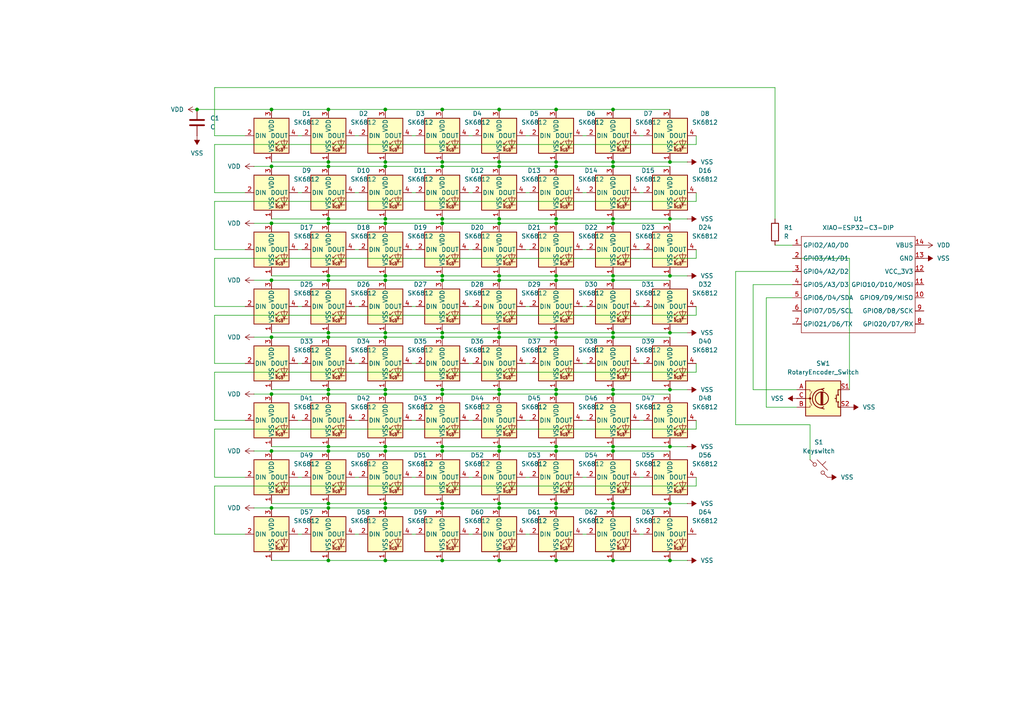
<source format=kicad_sch>
(kicad_sch (version 20250114) (generator "eeschema") (generator_version "9.0")
  (paper "A4")
  (junction (at 128.27 97.79))
  (junction (at 128.27 31.75))
  (junction (at 95.25 64.77))
  (junction (at 95.25 130.81))
  (junction (at 177.8 114.3))
  (junction (at 194.31 80.01))
  (junction (at 95.25 129.54))
  (junction (at 177.8 81.28))
  (junction (at 161.29 80.01))
  (junction (at 161.29 129.54))
  (junction (at 111.76 48.26))
  (junction (at 177.8 97.79))
  (junction (at 177.8 113.03))
  (junction (at 78.74 31.75))
  (junction (at 111.76 162.56))
  (junction (at 161.29 130.81))
  (junction (at 194.31 129.54))
  (junction (at 144.78 63.5))
  (junction (at 78.74 64.77))
  (junction (at 144.78 81.28))
  (junction (at 144.78 114.3))
  (junction (at 161.29 97.79))
  (junction (at 177.8 48.26))
  (junction (at 177.8 80.01))
  (junction (at 128.27 130.81))
  (junction (at 78.74 147.32))
  (junction (at 144.78 130.81))
  (junction (at 177.8 63.5))
  (junction (at 194.31 113.03))
  (junction (at 194.31 63.5))
  (junction (at 144.78 147.32))
  (junction (at 161.29 146.05))
  (junction (at 111.76 46.99))
  (junction (at 111.76 130.81))
  (junction (at 144.78 96.52))
  (junction (at 128.27 147.32))
  (junction (at 161.29 147.32))
  (junction (at 177.8 147.32))
  (junction (at 78.74 130.81))
  (junction (at 95.25 48.26))
  (junction (at 144.78 31.75))
  (junction (at 111.76 146.05))
  (junction (at 111.76 31.75))
  (junction (at 144.78 48.26))
  (junction (at 194.31 162.56))
  (junction (at 161.29 63.5))
  (junction (at 128.27 80.01))
  (junction (at 95.25 63.5))
  (junction (at 161.29 48.26))
  (junction (at 144.78 146.05))
  (junction (at 95.25 146.05))
  (junction (at 78.74 81.28))
  (junction (at 144.78 80.01))
  (junction (at 78.74 114.3))
  (junction (at 161.29 81.28))
  (junction (at 177.8 130.81))
  (junction (at 128.27 96.52))
  (junction (at 111.76 147.32))
  (junction (at 177.8 129.54))
  (junction (at 95.25 162.56))
  (junction (at 128.27 146.05))
  (junction (at 95.25 147.32))
  (junction (at 161.29 46.99))
  (junction (at 95.25 96.52))
  (junction (at 57.15 31.75))
  (junction (at 144.78 162.56))
  (junction (at 128.27 113.03))
  (junction (at 177.8 162.56))
  (junction (at 111.76 129.54))
  (junction (at 177.8 146.05))
  (junction (at 111.76 114.3))
  (junction (at 144.78 46.99))
  (junction (at 144.78 129.54))
  (junction (at 78.74 48.26))
  (junction (at 144.78 113.03))
  (junction (at 111.76 113.03))
  (junction (at 128.27 129.54))
  (junction (at 161.29 114.3))
  (junction (at 95.25 114.3))
  (junction (at 194.31 146.05))
  (junction (at 95.25 81.28))
  (junction (at 194.31 96.52))
  (junction (at 144.78 64.77))
  (junction (at 128.27 81.28))
  (junction (at 128.27 48.26))
  (junction (at 161.29 96.52))
  (junction (at 128.27 63.5))
  (junction (at 128.27 64.77))
  (junction (at 177.8 46.99))
  (junction (at 111.76 81.28))
  (junction (at 194.31 46.99))
  (junction (at 95.25 113.03))
  (junction (at 128.27 162.56))
  (junction (at 144.78 97.79))
  (junction (at 177.8 96.52))
  (junction (at 111.76 64.77))
  (junction (at 78.74 97.79))
  (junction (at 111.76 96.52))
  (junction (at 177.8 31.75))
  (junction (at 95.25 31.75))
  (junction (at 95.25 97.79))
  (junction (at 111.76 97.79))
  (junction (at 161.29 162.56))
  (junction (at 128.27 46.99))
  (junction (at 95.25 80.01))
  (junction (at 161.29 113.03))
  (junction (at 161.29 64.77))
  (junction (at 111.76 63.5))
  (junction (at 128.27 114.3))
  (junction (at 177.8 64.77))
  (junction (at 95.25 46.99))
  (junction (at 161.29 31.75))
  (junction (at 111.76 80.01))
  (wire (pts (xy 144.78 96.52) (xy 161.29 96.52)))
  (wire (pts (xy 128.27 80.01) (xy 144.78 80.01)))
  (wire (pts (xy 135.89 55.88) (xy 137.16 55.88)))
  (wire (pts (xy 177.8 46.99) (xy 194.31 46.99)))
  (wire (pts (xy 224.79 63.5) (xy 224.79 25.4)))
  (wire (pts (xy 161.29 80.01) (xy 177.8 80.01)))
  (wire (pts (xy 111.76 80.01) (xy 128.27 80.01)))
  (wire (pts (xy 177.8 64.77) (xy 194.31 64.77)))
  (wire (pts (xy 161.29 48.26) (xy 177.8 48.26)))
  (wire (pts (xy 128.27 64.77) (xy 144.78 64.77)))
  (wire (pts (xy 177.8 147.32) (xy 194.31 147.32)))
  (wire (pts (xy 78.74 146.05) (xy 95.25 146.05)))
  (wire (pts (xy 161.29 46.99) (xy 177.8 46.99)))
  (wire (pts (xy 201.93 121.92) (xy 201.93 124.46)))
  (wire (pts (xy 95.25 130.81) (xy 111.76 130.81)))
  (wire (pts (xy 95.25 64.77) (xy 111.76 64.77)))
  (wire (pts (xy 135.89 72.39) (xy 137.16 72.39)))
  (wire (pts (xy 73.66 48.26) (xy 78.74 48.26)))
  (wire (pts (xy 62.23 39.37) (xy 71.12 39.37)))
  (wire (pts (xy 144.78 146.05) (xy 161.29 146.05)))
  (wire (pts (xy 111.76 31.75) (xy 128.27 31.75)))
  (wire (pts (xy 78.74 97.79) (xy 95.25 97.79)))
  (wire (pts (xy 152.4 138.43) (xy 153.67 138.43)))
  (wire (pts (xy 95.25 31.75) (xy 111.76 31.75)))
  (wire (pts (xy 161.29 147.32) (xy 177.8 147.32)))
  (wire (pts (xy 161.29 64.77) (xy 177.8 64.77)))
  (wire (pts (xy 86.36 138.43) (xy 87.63 138.43)))
  (wire (pts (xy 86.36 121.92) (xy 87.63 121.92)))
  (wire (pts (xy 62.23 55.88) (xy 71.12 55.88)))
  (wire (pts (xy 78.74 81.28) (xy 95.25 81.28)))
  (wire (pts (xy 95.25 46.99) (xy 111.76 46.99)))
  (wire (pts (xy 231.14 118.11) (xy 222.25 118.11)))
  (wire (pts (xy 168.91 154.94) (xy 170.18 154.94)))
  (wire (pts (xy 229.87 82.55) (xy 218.44 82.55)))
  (wire (pts (xy 218.44 82.55) (xy 218.44 113.03)))
  (wire (pts (xy 86.36 88.9) (xy 87.63 88.9)))
  (wire (pts (xy 224.79 25.4) (xy 62.23 25.4)))
  (wire (pts (xy 62.23 91.44) (xy 62.23 105.41)))
  (wire (pts (xy 168.91 72.39) (xy 170.18 72.39)))
  (wire (pts (xy 201.93 72.39) (xy 201.93 74.93)))
  (wire (pts (xy 102.87 138.43) (xy 104.14 138.43)))
  (wire (pts (xy 177.8 96.52) (xy 194.31 96.52)))
  (wire (pts (xy 152.4 39.37) (xy 153.67 39.37)))
  (wire (pts (xy 62.23 138.43) (xy 71.12 138.43)))
  (wire (pts (xy 168.91 138.43) (xy 170.18 138.43)))
  (wire (pts (xy 95.25 146.05) (xy 111.76 146.05)))
  (wire (pts (xy 111.76 63.5) (xy 128.27 63.5)))
  (wire (pts (xy 119.38 105.41) (xy 120.65 105.41)))
  (wire (pts (xy 201.93 107.95) (xy 62.23 107.95)))
  (wire (pts (xy 144.78 130.81) (xy 161.29 130.81)))
  (wire (pts (xy 222.25 86.36) (xy 229.87 86.36)))
  (wire (pts (xy 128.27 129.54) (xy 144.78 129.54)))
  (wire (pts (xy 144.78 81.28) (xy 161.29 81.28)))
  (wire (pts (xy 194.31 46.99) (xy 199.39 46.99)))
  (wire (pts (xy 62.23 154.94) (xy 71.12 154.94)))
  (wire (pts (xy 246.38 113.03) (xy 246.38 74.93)))
  (wire (pts (xy 111.76 114.3) (xy 128.27 114.3)))
  (wire (pts (xy 177.8 31.75) (xy 194.31 31.75)))
  (wire (pts (xy 144.78 114.3) (xy 161.29 114.3)))
  (wire (pts (xy 152.4 88.9) (xy 153.67 88.9)))
  (wire (pts (xy 102.87 72.39) (xy 104.14 72.39)))
  (wire (pts (xy 111.76 113.03) (xy 128.27 113.03)))
  (wire (pts (xy 73.66 147.32) (xy 78.74 147.32)))
  (wire (pts (xy 213.36 123.19) (xy 213.36 78.74)))
  (wire (pts (xy 128.27 81.28) (xy 144.78 81.28)))
  (wire (pts (xy 177.8 130.81) (xy 194.31 130.81)))
  (wire (pts (xy 194.31 146.05) (xy 199.39 146.05)))
  (wire (pts (xy 201.93 105.41) (xy 201.93 107.95)))
  (wire (pts (xy 119.38 154.94) (xy 120.65 154.94)))
  (wire (pts (xy 128.27 130.81) (xy 144.78 130.81)))
  (wire (pts (xy 128.27 97.79) (xy 144.78 97.79)))
  (wire (pts (xy 95.25 81.28) (xy 111.76 81.28)))
  (wire (pts (xy 111.76 48.26) (xy 128.27 48.26)))
  (wire (pts (xy 135.89 154.94) (xy 137.16 154.94)))
  (wire (pts (xy 78.74 46.99) (xy 95.25 46.99)))
  (wire (pts (xy 111.76 146.05) (xy 128.27 146.05)))
  (wire (pts (xy 168.91 121.92) (xy 170.18 121.92)))
  (wire (pts (xy 161.29 146.05) (xy 177.8 146.05)))
  (wire (pts (xy 128.27 147.32) (xy 144.78 147.32)))
  (wire (pts (xy 111.76 96.52) (xy 128.27 96.52)))
  (wire (pts (xy 144.78 80.01) (xy 161.29 80.01)))
  (wire (pts (xy 144.78 147.32) (xy 161.29 147.32)))
  (wire (pts (xy 185.42 138.43) (xy 186.69 138.43)))
  (wire (pts (xy 222.25 118.11) (xy 222.25 86.36)))
  (wire (pts (xy 185.42 121.92) (xy 186.69 121.92)))
  (wire (pts (xy 102.87 121.92) (xy 104.14 121.92)))
  (wire (pts (xy 168.91 88.9) (xy 170.18 88.9)))
  (wire (pts (xy 62.23 41.91) (xy 62.23 55.88)))
  (wire (pts (xy 62.23 121.92) (xy 71.12 121.92)))
  (wire (pts (xy 185.42 88.9) (xy 186.69 88.9)))
  (wire (pts (xy 177.8 63.5) (xy 194.31 63.5)))
  (wire (pts (xy 177.8 97.79) (xy 194.31 97.79)))
  (wire (pts (xy 73.66 114.3) (xy 78.74 114.3)))
  (wire (pts (xy 161.29 63.5) (xy 177.8 63.5)))
  (wire (pts (xy 78.74 130.81) (xy 95.25 130.81)))
  (wire (pts (xy 194.31 129.54) (xy 199.39 129.54)))
  (wire (pts (xy 218.44 113.03) (xy 231.14 113.03)))
  (wire (pts (xy 152.4 105.41) (xy 153.67 105.41)))
  (wire (pts (xy 177.8 113.03) (xy 194.31 113.03)))
  (wire (pts (xy 152.4 154.94) (xy 153.67 154.94)))
  (wire (pts (xy 201.93 91.44) (xy 62.23 91.44)))
  (wire (pts (xy 128.27 162.56) (xy 144.78 162.56)))
  (wire (pts (xy 144.78 46.99) (xy 161.29 46.99)))
  (wire (pts (xy 185.42 72.39) (xy 186.69 72.39)))
  (wire (pts (xy 177.8 80.01) (xy 194.31 80.01)))
  (wire (pts (xy 111.76 129.54) (xy 128.27 129.54)))
  (wire (pts (xy 168.91 39.37) (xy 170.18 39.37)))
  (wire (pts (xy 95.25 96.52) (xy 111.76 96.52)))
  (wire (pts (xy 168.91 105.41) (xy 170.18 105.41)))
  (wire (pts (xy 95.25 80.01) (xy 111.76 80.01)))
  (wire (pts (xy 78.74 96.52) (xy 95.25 96.52)))
  (wire (pts (xy 161.29 97.79) (xy 177.8 97.79)))
  (wire (pts (xy 62.23 74.93) (xy 62.23 88.9)))
  (wire (pts (xy 95.25 48.26) (xy 111.76 48.26)))
  (wire (pts (xy 194.31 162.56) (xy 199.39 162.56)))
  (wire (pts (xy 119.38 138.43) (xy 120.65 138.43)))
  (wire (pts (xy 152.4 72.39) (xy 153.67 72.39)))
  (wire (pts (xy 144.78 31.75) (xy 161.29 31.75)))
  (wire (pts (xy 102.87 55.88) (xy 104.14 55.88)))
  (wire (pts (xy 161.29 81.28) (xy 177.8 81.28)))
  (wire (pts (xy 62.23 105.41) (xy 71.12 105.41)))
  (wire (pts (xy 201.93 138.43) (xy 201.93 140.97)))
  (wire (pts (xy 135.89 105.41) (xy 137.16 105.41)))
  (wire (pts (xy 194.31 80.01) (xy 199.39 80.01)))
  (wire (pts (xy 177.8 114.3) (xy 194.31 114.3)))
  (wire (pts (xy 119.38 55.88) (xy 120.65 55.88)))
  (wire (pts (xy 86.36 39.37) (xy 87.63 39.37)))
  (wire (pts (xy 168.91 55.88) (xy 170.18 55.88)))
  (wire (pts (xy 95.25 97.79) (xy 111.76 97.79)))
  (wire (pts (xy 111.76 64.77) (xy 128.27 64.77)))
  (wire (pts (xy 86.36 154.94) (xy 87.63 154.94)))
  (wire (pts (xy 73.66 97.79) (xy 78.74 97.79)))
  (wire (pts (xy 73.66 64.77) (xy 78.74 64.77)))
  (wire (pts (xy 201.93 140.97) (xy 62.23 140.97)))
  (wire (pts (xy 135.89 138.43) (xy 137.16 138.43)))
  (wire (pts (xy 78.74 80.01) (xy 95.25 80.01)))
  (wire (pts (xy 73.66 130.81) (xy 78.74 130.81)))
  (wire (pts (xy 177.8 162.56) (xy 194.31 162.56)))
  (wire (pts (xy 86.36 105.41) (xy 87.63 105.41)))
  (wire (pts (xy 95.25 147.32) (xy 111.76 147.32)))
  (wire (pts (xy 161.29 113.03) (xy 177.8 113.03)))
  (wire (pts (xy 185.42 39.37) (xy 186.69 39.37)))
  (wire (pts (xy 128.27 46.99) (xy 144.78 46.99)))
  (wire (pts (xy 111.76 97.79) (xy 128.27 97.79)))
  (wire (pts (xy 128.27 96.52) (xy 144.78 96.52)))
  (wire (pts (xy 95.25 63.5) (xy 111.76 63.5)))
  (wire (pts (xy 161.29 31.75) (xy 177.8 31.75)))
  (wire (pts (xy 128.27 31.75) (xy 144.78 31.75)))
  (wire (pts (xy 144.78 97.79) (xy 161.29 97.79)))
  (wire (pts (xy 177.8 81.28) (xy 194.31 81.28)))
  (wire (pts (xy 152.4 121.92) (xy 153.67 121.92)))
  (wire (pts (xy 201.93 74.93) (xy 62.23 74.93)))
  (wire (pts (xy 78.74 31.75) (xy 95.25 31.75)))
  (wire (pts (xy 177.8 48.26) (xy 194.31 48.26)))
  (wire (pts (xy 111.76 81.28) (xy 128.27 81.28)))
  (wire (pts (xy 234.95 123.19) (xy 234.95 133.35)))
  (wire (pts (xy 144.78 129.54) (xy 161.29 129.54)))
  (wire (pts (xy 213.36 78.74) (xy 229.87 78.74)))
  (wire (pts (xy 194.31 113.03) (xy 199.39 113.03)))
  (wire (pts (xy 62.23 25.4) (xy 62.23 39.37)))
  (wire (pts (xy 128.27 48.26) (xy 144.78 48.26)))
  (wire (pts (xy 135.89 88.9) (xy 137.16 88.9)))
  (wire (pts (xy 62.23 88.9) (xy 71.12 88.9)))
  (wire (pts (xy 144.78 63.5) (xy 161.29 63.5)))
  (wire (pts (xy 102.87 88.9) (xy 104.14 88.9)))
  (wire (pts (xy 144.78 113.03) (xy 161.29 113.03)))
  (wire (pts (xy 135.89 121.92) (xy 137.16 121.92)))
  (wire (pts (xy 185.42 55.88) (xy 186.69 55.88)))
  (wire (pts (xy 78.74 113.03) (xy 95.25 113.03)))
  (wire (pts (xy 102.87 154.94) (xy 104.14 154.94)))
  (wire (pts (xy 201.93 55.88) (xy 201.93 58.42)))
  (wire (pts (xy 128.27 113.03) (xy 144.78 113.03)))
  (wire (pts (xy 144.78 162.56) (xy 161.29 162.56)))
  (wire (pts (xy 111.76 147.32) (xy 128.27 147.32)))
  (wire (pts (xy 86.36 72.39) (xy 87.63 72.39)))
  (wire (pts (xy 185.42 154.94) (xy 186.69 154.94)))
  (wire (pts (xy 78.74 162.56) (xy 95.25 162.56)))
  (wire (pts (xy 201.93 39.37) (xy 201.93 41.91)))
  (wire (pts (xy 201.93 124.46) (xy 62.23 124.46)))
  (wire (pts (xy 78.74 63.5) (xy 95.25 63.5)))
  (wire (pts (xy 62.23 124.46) (xy 62.23 138.43)))
  (wire (pts (xy 95.25 129.54) (xy 111.76 129.54)))
  (wire (pts (xy 95.25 114.3) (xy 111.76 114.3)))
  (wire (pts (xy 201.93 58.42) (xy 62.23 58.42)))
  (wire (pts (xy 57.15 31.75) (xy 78.74 31.75)))
  (wire (pts (xy 135.89 39.37) (xy 137.16 39.37)))
  (wire (pts (xy 177.8 146.05) (xy 194.31 146.05)))
  (wire (pts (xy 177.8 129.54) (xy 194.31 129.54)))
  (wire (pts (xy 161.29 130.81) (xy 177.8 130.81)))
  (wire (pts (xy 161.29 129.54) (xy 177.8 129.54)))
  (wire (pts (xy 78.74 48.26) (xy 95.25 48.26)))
  (wire (pts (xy 102.87 39.37) (xy 104.14 39.37)))
  (wire (pts (xy 62.23 58.42) (xy 62.23 72.39)))
  (wire (pts (xy 128.27 146.05) (xy 144.78 146.05)))
  (wire (pts (xy 229.87 71.12) (xy 224.79 71.12)))
  (wire (pts (xy 73.66 81.28) (xy 78.74 81.28)))
  (wire (pts (xy 234.95 123.19) (xy 213.36 123.19)))
  (wire (pts (xy 78.74 129.54) (xy 95.25 129.54)))
  (wire (pts (xy 161.29 114.3) (xy 177.8 114.3)))
  (wire (pts (xy 185.42 105.41) (xy 186.69 105.41)))
  (wire (pts (xy 201.93 41.91) (xy 62.23 41.91)))
  (wire (pts (xy 119.38 88.9) (xy 120.65 88.9)))
  (wire (pts (xy 144.78 48.26) (xy 161.29 48.26)))
  (wire (pts (xy 78.74 114.3) (xy 95.25 114.3)))
  (wire (pts (xy 62.23 107.95) (xy 62.23 121.92)))
  (wire (pts (xy 152.4 55.88) (xy 153.67 55.88)))
  (wire (pts (xy 194.31 63.5) (xy 199.39 63.5)))
  (wire (pts (xy 194.31 96.52) (xy 199.39 96.52)))
  (wire (pts (xy 78.74 147.32) (xy 95.25 147.32)))
  (wire (pts (xy 119.38 72.39) (xy 120.65 72.39)))
  (wire (pts (xy 95.25 113.03) (xy 111.76 113.03)))
  (wire (pts (xy 246.38 74.93) (xy 229.87 74.93)))
  (wire (pts (xy 119.38 121.92) (xy 120.65 121.92)))
  (wire (pts (xy 111.76 162.56) (xy 128.27 162.56)))
  (wire (pts (xy 144.78 64.77) (xy 161.29 64.77)))
  (wire (pts (xy 161.29 162.56) (xy 177.8 162.56)))
  (wire (pts (xy 119.38 39.37) (xy 120.65 39.37)))
  (wire (pts (xy 86.36 55.88) (xy 87.63 55.88)))
  (wire (pts (xy 102.87 105.41) (xy 104.14 105.41)))
  (wire (pts (xy 161.29 96.52) (xy 177.8 96.52)))
  (wire (pts (xy 111.76 130.81) (xy 128.27 130.81)))
  (wire (pts (xy 78.74 64.77) (xy 95.25 64.77)))
  (wire (pts (xy 62.23 72.39) (xy 71.12 72.39)))
  (wire (pts (xy 128.27 63.5) (xy 144.78 63.5)))
  (wire (pts (xy 62.23 140.97) (xy 62.23 154.94)))
  (wire (pts (xy 128.27 114.3) (xy 144.78 114.3)))
  (wire (pts (xy 111.76 46.99) (xy 128.27 46.99)))
  (wire (pts (xy 95.25 162.56) (xy 111.76 162.56)))
  (wire (pts (xy 201.93 88.9) (xy 201.93 91.44)))
  (symbol (lib_id "LED:SK6812") (at 95.25 105.41 0) (unit 1)
    (property "Reference" "D34" (at 105.41 98.9898 0))
    (property "Value" "SK6812" (at 105.41 101.5298 0))
    (property "Footprint" "LED_SMD:LED_SK6812_PLCC4_5.0x5.0mm_P3.2mm" (effects (hide yes)))
    (property "Datasheet" "https://cdn-shop.adafruit.com/product-files/1138/SK6812+LED+datasheet+.pdf" (effects (hide yes)))
    (property "Description" "RGB LED with integrated controller" (effects (hide yes)))
  )
  (symbol (lib_id "LED:SK6812") (at 128.27 105.41 0) (unit 1)
    (property "Reference" "D36" (at 138.43 98.9898 0))
    (property "Value" "SK6812" (at 138.43 101.5298 0))
    (property "Footprint" "LED_SMD:LED_SK6812_PLCC4_5.0x5.0mm_P3.2mm" (effects (hide yes)))
    (property "Datasheet" "https://cdn-shop.adafruit.com/product-files/1138/SK6812+LED+datasheet+.pdf" (effects (hide yes)))
    (property "Description" "RGB LED with integrated controller" (effects (hide yes)))
  )
  (symbol (lib_id "power:VDD") (at 73.66 147.32 90) (unit 1)
    (property "Reference" "#PWR08" (effects (hide yes)))
    (property "Value" "VDD" (at 69.85 147.3199 90) (effects (justify left)))
    (property "Description" "Power symbol creates a global label with name \"VDD\"" (effects (hide yes)))
  )
  (symbol (lib_id "LED:SK6812") (at 194.31 105.41 0) (unit 1)
    (property "Reference" "D40" (at 204.47 98.9898 0))
    (property "Value" "SK6812" (at 204.47 101.5298 0))
    (property "Footprint" "LED_SMD:LED_SK6812_PLCC4_5.0x5.0mm_P3.2mm" (effects (hide yes)))
    (property "Datasheet" "https://cdn-shop.adafruit.com/product-files/1138/SK6812+LED+datasheet+.pdf" (effects (hide yes)))
    (property "Description" "RGB LED with integrated controller" (effects (hide yes)))
  )
  (symbol (lib_id "LED:SK6812") (at 177.8 55.88 0) (unit 1)
    (property "Reference" "D15" (at 187.96 49.4598 0))
    (property "Value" "SK6812" (at 187.96 51.9998 0))
    (property "Footprint" "LED_SMD:LED_SK6812_PLCC4_5.0x5.0mm_P3.2mm" (effects (hide yes)))
    (property "Datasheet" "https://cdn-shop.adafruit.com/product-files/1138/SK6812+LED+datasheet+.pdf" (effects (hide yes)))
    (property "Description" "RGB LED with integrated controller" (effects (hide yes)))
  )
  (symbol (lib_id "power:VSS") (at 57.15 39.37 180) (unit 1)
    (property "Reference" "#PWR023" (effects (hide yes)))
    (property "Value" "VSS" (at 57.15 44.45 0))
    (property "Description" "Power symbol creates a global label with name \"VSS\"" (effects (hide yes)))
  )
  (symbol (lib_id "LED:SK6812") (at 194.31 72.39 0) (unit 1)
    (property "Reference" "D24" (at 204.47 65.9698 0))
    (property "Value" "SK6812" (at 204.47 68.5098 0))
    (property "Footprint" "LED_SMD:LED_SK6812_PLCC4_5.0x5.0mm_P3.2mm" (effects (hide yes)))
    (property "Datasheet" "https://cdn-shop.adafruit.com/product-files/1138/SK6812+LED+datasheet+.pdf" (effects (hide yes)))
    (property "Description" "RGB LED with integrated controller" (effects (hide yes)))
  )
  (symbol (lib_id "power:VDD") (at 73.66 64.77 90) (unit 1)
    (property "Reference" "#PWR03" (effects (hide yes)))
    (property "Value" "VDD" (at 69.85 64.7699 90) (effects (justify left)))
    (property "Description" "Power symbol creates a global label with name \"VDD\"" (effects (hide yes)))
  )
  (symbol (lib_id "LED:SK6812") (at 95.25 39.37 0) (unit 1)
    (property "Reference" "D2" (at 105.41 32.9498 0))
    (property "Value" "SK6812" (at 105.41 35.4898 0))
    (property "Footprint" "LED_SMD:LED_SK6812_PLCC4_5.0x5.0mm_P3.2mm" (effects (hide yes)))
    (property "Datasheet" "https://cdn-shop.adafruit.com/product-files/1138/SK6812+LED+datasheet+.pdf" (effects (hide yes)))
    (property "Description" "RGB LED with integrated controller" (effects (hide yes)))
  )
  (symbol (lib_id "LED:SK6812") (at 78.74 138.43 0) (unit 1)
    (property "Reference" "D49" (at 88.9 132.0098 0))
    (property "Value" "SK6812" (at 88.9 134.5498 0))
    (property "Footprint" "LED_SMD:LED_SK6812_PLCC4_5.0x5.0mm_P3.2mm" (effects (hide yes)))
    (property "Datasheet" "https://cdn-shop.adafruit.com/product-files/1138/SK6812+LED+datasheet+.pdf" (effects (hide yes)))
    (property "Description" "RGB LED with integrated controller" (effects (hide yes)))
  )
  (symbol (lib_id "ScottoKeebs:Placeholder_Keyswitch") (at 237.49 135.89 0) (unit 1)
    (property "Reference" "S1" (at 237.49 128.27 0))
    (property "Value" "Keyswitch" (at 237.49 130.81 0))
    (property "Footprint" "Button_Switch_Keyboard:SW_Cherry_MX_1.00u_PCB" (effects (hide yes)))
    (property "Description" "Push button switch, normally open, two pins, 45° tilted" (effects (hide yes)))
  )
  (symbol (lib_id "LED:SK6812") (at 144.78 105.41 0) (unit 1)
    (property "Reference" "D37" (at 154.94 98.9898 0))
    (property "Value" "SK6812" (at 154.94 101.5298 0))
    (property "Footprint" "LED_SMD:LED_SK6812_PLCC4_5.0x5.0mm_P3.2mm" (effects (hide yes)))
    (property "Datasheet" "https://cdn-shop.adafruit.com/product-files/1138/SK6812+LED+datasheet+.pdf" (effects (hide yes)))
    (property "Description" "RGB LED with integrated controller" (effects (hide yes)))
  )
  (symbol (lib_id "LED:SK6812") (at 194.31 121.92 0) (unit 1)
    (property "Reference" "D48" (at 204.47 115.4998 0))
    (property "Value" "SK6812" (at 204.47 118.0398 0))
    (property "Footprint" "LED_SMD:LED_SK6812_PLCC4_5.0x5.0mm_P3.2mm" (effects (hide yes)))
    (property "Datasheet" "https://cdn-shop.adafruit.com/product-files/1138/SK6812+LED+datasheet+.pdf" (effects (hide yes)))
    (property "Description" "RGB LED with integrated controller" (effects (hide yes)))
  )
  (symbol (lib_id "power:VSS") (at 267.97 74.93 270) (unit 1)
    (property "Reference" "#PWR019" (effects (hide yes)))
    (property "Value" "VSS" (at 271.78 74.9299 90) (effects (justify left)))
    (property "Description" "Power symbol creates a global label with name \"VSS\"" (effects (hide yes)))
  )
  (symbol (lib_id "LED:SK6812") (at 194.31 55.88 0) (unit 1)
    (property "Reference" "D16" (at 204.47 49.4598 0))
    (property "Value" "SK6812" (at 204.47 51.9998 0))
    (property "Footprint" "LED_SMD:LED_SK6812_PLCC4_5.0x5.0mm_P3.2mm" (effects (hide yes)))
    (property "Datasheet" "https://cdn-shop.adafruit.com/product-files/1138/SK6812+LED+datasheet+.pdf" (effects (hide yes)))
    (property "Description" "RGB LED with integrated controller" (effects (hide yes)))
  )
  (symbol (lib_id "LED:SK6812") (at 177.8 154.94 0) (unit 1)
    (property "Reference" "D63" (at 187.96 148.5198 0))
    (property "Value" "SK6812" (at 187.96 151.0598 0))
    (property "Footprint" "LED_SMD:LED_SK6812_PLCC4_5.0x5.0mm_P3.2mm" (effects (hide yes)))
    (property "Datasheet" "https://cdn-shop.adafruit.com/product-files/1138/SK6812+LED+datasheet+.pdf" (effects (hide yes)))
    (property "Description" "RGB LED with integrated controller" (effects (hide yes)))
  )
  (symbol (lib_id "LED:SK6812") (at 78.74 39.37 0) (unit 1)
    (property "Reference" "D1" (at 88.9 32.9498 0))
    (property "Value" "SK6812" (at 88.9 35.4898 0))
    (property "Footprint" "LED_SMD:LED_SK6812_PLCC4_5.0x5.0mm_P3.2mm" (effects (hide yes)))
    (property "Datasheet" "https://cdn-shop.adafruit.com/product-files/1138/SK6812+LED+datasheet+.pdf" (effects (hide yes)))
    (property "Description" "RGB LED with integrated controller" (effects (hide yes)))
  )
  (symbol (lib_id "LED:SK6812") (at 194.31 88.9 0) (unit 1)
    (property "Reference" "D32" (at 204.47 82.4798 0))
    (property "Value" "SK6812" (at 204.47 85.0198 0))
    (property "Footprint" "LED_SMD:LED_SK6812_PLCC4_5.0x5.0mm_P3.2mm" (effects (hide yes)))
    (property "Datasheet" "https://cdn-shop.adafruit.com/product-files/1138/SK6812+LED+datasheet+.pdf" (effects (hide yes)))
    (property "Description" "RGB LED with integrated controller" (effects (hide yes)))
  )
  (symbol (lib_id "LED:SK6812") (at 161.29 154.94 0) (unit 1)
    (property "Reference" "D62" (at 171.45 148.5198 0))
    (property "Value" "SK6812" (at 171.45 151.0598 0))
    (property "Footprint" "LED_SMD:LED_SK6812_PLCC4_5.0x5.0mm_P3.2mm" (effects (hide yes)))
    (property "Datasheet" "https://cdn-shop.adafruit.com/product-files/1138/SK6812+LED+datasheet+.pdf" (effects (hide yes)))
    (property "Description" "RGB LED with integrated controller" (effects (hide yes)))
  )
  (symbol (lib_id "LED:SK6812") (at 161.29 72.39 0) (unit 1)
    (property "Reference" "D22" (at 171.45 65.9698 0))
    (property "Value" "SK6812" (at 171.45 68.5098 0))
    (property "Footprint" "LED_SMD:LED_SK6812_PLCC4_5.0x5.0mm_P3.2mm" (effects (hide yes)))
    (property "Datasheet" "https://cdn-shop.adafruit.com/product-files/1138/SK6812+LED+datasheet+.pdf" (effects (hide yes)))
    (property "Description" "RGB LED with integrated controller" (effects (hide yes)))
  )
  (symbol (lib_id "LED:SK6812") (at 128.27 121.92 0) (unit 1)
    (property "Reference" "D44" (at 138.43 115.4998 0))
    (property "Value" "SK6812" (at 138.43 118.0398 0))
    (property "Footprint" "LED_SMD:LED_SK6812_PLCC4_5.0x5.0mm_P3.2mm" (effects (hide yes)))
    (property "Datasheet" "https://cdn-shop.adafruit.com/product-files/1138/SK6812+LED+datasheet+.pdf" (effects (hide yes)))
    (property "Description" "RGB LED with integrated controller" (effects (hide yes)))
  )
  (symbol (lib_id "LED:SK6812") (at 128.27 39.37 0) (unit 1)
    (property "Reference" "D4" (at 138.43 32.9498 0))
    (property "Value" "SK6812" (at 138.43 35.4898 0))
    (property "Footprint" "LED_SMD:LED_SK6812_PLCC4_5.0x5.0mm_P3.2mm" (effects (hide yes)))
    (property "Datasheet" "https://cdn-shop.adafruit.com/product-files/1138/SK6812+LED+datasheet+.pdf" (effects (hide yes)))
    (property "Description" "RGB LED with integrated controller" (effects (hide yes)))
  )
  (symbol (lib_id "LED:SK6812") (at 144.78 121.92 0) (unit 1)
    (property "Reference" "D45" (at 154.94 115.4998 0))
    (property "Value" "SK6812" (at 154.94 118.0398 0))
    (property "Footprint" "LED_SMD:LED_SK6812_PLCC4_5.0x5.0mm_P3.2mm" (effects (hide yes)))
    (property "Datasheet" "https://cdn-shop.adafruit.com/product-files/1138/SK6812+LED+datasheet+.pdf" (effects (hide yes)))
    (property "Description" "RGB LED with integrated controller" (effects (hide yes)))
  )
  (symbol (lib_id "LED:SK6812") (at 128.27 88.9 0) (unit 1)
    (property "Reference" "D28" (at 138.43 82.4798 0))
    (property "Value" "SK6812" (at 138.43 85.0198 0))
    (property "Footprint" "LED_SMD:LED_SK6812_PLCC4_5.0x5.0mm_P3.2mm" (effects (hide yes)))
    (property "Datasheet" "https://cdn-shop.adafruit.com/product-files/1138/SK6812+LED+datasheet+.pdf" (effects (hide yes)))
    (property "Description" "RGB LED with integrated controller" (effects (hide yes)))
  )
  (symbol (lib_id "LED:SK6812") (at 128.27 154.94 0) (unit 1)
    (property "Reference" "D60" (at 138.43 148.5198 0))
    (property "Value" "SK6812" (at 138.43 151.0598 0))
    (property "Footprint" "LED_SMD:LED_SK6812_PLCC4_5.0x5.0mm_P3.2mm" (effects (hide yes)))
    (property "Datasheet" "https://cdn-shop.adafruit.com/product-files/1138/SK6812+LED+datasheet+.pdf" (effects (hide yes)))
    (property "Description" "RGB LED with integrated controller" (effects (hide yes)))
  )
  (symbol (lib_id "LED:SK6812") (at 111.76 72.39 0) (unit 1)
    (property "Reference" "D19" (at 121.92 65.9698 0))
    (property "Value" "SK6812" (at 121.92 68.5098 0))
    (property "Footprint" "LED_SMD:LED_SK6812_PLCC4_5.0x5.0mm_P3.2mm" (effects (hide yes)))
    (property "Datasheet" "https://cdn-shop.adafruit.com/product-files/1138/SK6812+LED+datasheet+.pdf" (effects (hide yes)))
    (property "Description" "RGB LED with integrated controller" (effects (hide yes)))
  )
  (symbol (lib_id "LED:SK6812") (at 78.74 55.88 0) (unit 1)
    (property "Reference" "D9" (at 88.9 49.4598 0))
    (property "Value" "SK6812" (at 88.9 51.9998 0))
    (property "Footprint" "LED_SMD:LED_SK6812_PLCC4_5.0x5.0mm_P3.2mm" (effects (hide yes)))
    (property "Datasheet" "https://cdn-shop.adafruit.com/product-files/1138/SK6812+LED+datasheet+.pdf" (effects (hide yes)))
    (property "Description" "RGB LED with integrated controller" (effects (hide yes)))
  )
  (symbol (lib_id "LED:SK6812") (at 194.31 39.37 0) (unit 1)
    (property "Reference" "D8" (at 204.47 32.9498 0))
    (property "Value" "SK6812" (at 204.47 35.4898 0))
    (property "Footprint" "LED_SMD:LED_SK6812_PLCC4_5.0x5.0mm_P3.2mm" (effects (hide yes)))
    (property "Datasheet" "https://cdn-shop.adafruit.com/product-files/1138/SK6812+LED+datasheet+.pdf" (effects (hide yes)))
    (property "Description" "RGB LED with integrated controller" (effects (hide yes)))
  )
  (symbol (lib_id "LED:SK6812") (at 144.78 55.88 0) (unit 1)
    (property "Reference" "D13" (at 154.94 49.4598 0))
    (property "Value" "SK6812" (at 154.94 51.9998 0))
    (property "Footprint" "LED_SMD:LED_SK6812_PLCC4_5.0x5.0mm_P3.2mm" (effects (hide yes)))
    (property "Datasheet" "https://cdn-shop.adafruit.com/product-files/1138/SK6812+LED+datasheet+.pdf" (effects (hide yes)))
    (property "Description" "RGB LED with integrated controller" (effects (hide yes)))
  )
  (symbol (lib_id "LED:SK6812") (at 161.29 105.41 0) (unit 1)
    (property "Reference" "D38" (at 171.45 98.9898 0))
    (property "Value" "SK6812" (at 171.45 101.5298 0))
    (property "Footprint" "LED_SMD:LED_SK6812_PLCC4_5.0x5.0mm_P3.2mm" (effects (hide yes)))
    (property "Datasheet" "https://cdn-shop.adafruit.com/product-files/1138/SK6812+LED+datasheet+.pdf" (effects (hide yes)))
    (property "Description" "RGB LED with integrated controller" (effects (hide yes)))
  )
  (symbol (lib_id "LED:SK6812") (at 111.76 154.94 0) (unit 1)
    (property "Reference" "D59" (at 121.92 148.5198 0))
    (property "Value" "SK6812" (at 121.92 151.0598 0))
    (property "Footprint" "LED_SMD:LED_SK6812_PLCC4_5.0x5.0mm_P3.2mm" (effects (hide yes)))
    (property "Datasheet" "https://cdn-shop.adafruit.com/product-files/1138/SK6812+LED+datasheet+.pdf" (effects (hide yes)))
    (property "Description" "RGB LED with integrated controller" (effects (hide yes)))
  )
  (symbol (lib_id "LED:SK6812") (at 78.74 72.39 0) (unit 1)
    (property "Reference" "D17" (at 88.9 65.9698 0))
    (property "Value" "SK6812" (at 88.9 68.5098 0))
    (property "Footprint" "LED_SMD:LED_SK6812_PLCC4_5.0x5.0mm_P3.2mm" (effects (hide yes)))
    (property "Datasheet" "https://cdn-shop.adafruit.com/product-files/1138/SK6812+LED+datasheet+.pdf" (effects (hide yes)))
    (property "Description" "RGB LED with integrated controller" (effects (hide yes)))
  )
  (symbol (lib_id "LED:SK6812") (at 161.29 138.43 0) (unit 1)
    (property "Reference" "D54" (at 171.45 132.0098 0))
    (property "Value" "SK6812" (at 171.45 134.5498 0))
    (property "Footprint" "LED_SMD:LED_SK6812_PLCC4_5.0x5.0mm_P3.2mm" (effects (hide yes)))
    (property "Datasheet" "https://cdn-shop.adafruit.com/product-files/1138/SK6812+LED+datasheet+.pdf" (effects (hide yes)))
    (property "Description" "RGB LED with integrated controller" (effects (hide yes)))
  )
  (symbol (lib_id "LED:SK6812") (at 144.78 72.39 0) (unit 1)
    (property "Reference" "D21" (at 154.94 65.9698 0))
    (property "Value" "SK6812" (at 154.94 68.5098 0))
    (property "Footprint" "LED_SMD:LED_SK6812_PLCC4_5.0x5.0mm_P3.2mm" (effects (hide yes)))
    (property "Datasheet" "https://cdn-shop.adafruit.com/product-files/1138/SK6812+LED+datasheet+.pdf" (effects (hide yes)))
    (property "Description" "RGB LED with integrated controller" (effects (hide yes)))
  )
  (symbol (lib_id "power:VSS") (at 199.39 113.03 270) (unit 1)
    (property "Reference" "#PWR012" (effects (hide yes)))
    (property "Value" "VSS" (at 203.2 113.0299 90) (effects (justify left)))
    (property "Description" "Power symbol creates a global label with name \"VSS\"" (effects (hide yes)))
  )
  (symbol (lib_id "LED:SK6812") (at 95.25 88.9 0) (unit 1)
    (property "Reference" "D26" (at 105.41 82.4798 0))
    (property "Value" "SK6812" (at 105.41 85.0198 0))
    (property "Footprint" "LED_SMD:LED_SK6812_PLCC4_5.0x5.0mm_P3.2mm" (effects (hide yes)))
    (property "Datasheet" "https://cdn-shop.adafruit.com/product-files/1138/SK6812+LED+datasheet+.pdf" (effects (hide yes)))
    (property "Description" "RGB LED with integrated controller" (effects (hide yes)))
  )
  (symbol (lib_id "power:VSS") (at 240.03 138.43 270) (unit 1)
    (property "Reference" "#PWR021" (effects (hide yes)))
    (property "Value" "VSS" (at 243.84 138.4299 90) (effects (justify left)))
    (property "Description" "Power symbol creates a global label with name \"VSS\"" (effects (hide yes)))
  )
  (symbol (lib_id "LED:SK6812") (at 95.25 138.43 0) (unit 1)
    (property "Reference" "D50" (at 105.41 132.0098 0))
    (property "Value" "SK6812" (at 105.41 134.5498 0))
    (property "Footprint" "LED_SMD:LED_SK6812_PLCC4_5.0x5.0mm_P3.2mm" (effects (hide yes)))
    (property "Datasheet" "https://cdn-shop.adafruit.com/product-files/1138/SK6812+LED+datasheet+.pdf" (effects (hide yes)))
    (property "Description" "RGB LED with integrated controller" (effects (hide yes)))
  )
  (symbol (lib_id "power:VDD") (at 73.66 130.81 90) (unit 1)
    (property "Reference" "#PWR07" (effects (hide yes)))
    (property "Value" "VDD" (at 69.85 130.8099 90) (effects (justify left)))
    (property "Description" "Power symbol creates a global label with name \"VDD\"" (effects (hide yes)))
  )
  (symbol (lib_id "LED:SK6812") (at 128.27 138.43 0) (unit 1)
    (property "Reference" "D52" (at 138.43 132.0098 0))
    (property "Value" "SK6812" (at 138.43 134.5498 0))
    (property "Footprint" "LED_SMD:LED_SK6812_PLCC4_5.0x5.0mm_P3.2mm" (effects (hide yes)))
    (property "Datasheet" "https://cdn-shop.adafruit.com/product-files/1138/SK6812+LED+datasheet+.pdf" (effects (hide yes)))
    (property "Description" "RGB LED with integrated controller" (effects (hide yes)))
  )
  (symbol (lib_id "LED:SK6812") (at 95.25 55.88 0) (unit 1)
    (property "Reference" "D10" (at 105.41 49.4598 0))
    (property "Value" "SK6812" (at 105.41 51.9998 0))
    (property "Footprint" "LED_SMD:LED_SK6812_PLCC4_5.0x5.0mm_P3.2mm" (effects (hide yes)))
    (property "Datasheet" "https://cdn-shop.adafruit.com/product-files/1138/SK6812+LED+datasheet+.pdf" (effects (hide yes)))
    (property "Description" "RGB LED with integrated controller" (effects (hide yes)))
  )
  (symbol (lib_id "LED:SK6812") (at 177.8 105.41 0) (unit 1)
    (property "Reference" "D39" (at 187.96 98.9898 0))
    (property "Value" "SK6812" (at 187.96 101.5298 0))
    (property "Footprint" "LED_SMD:LED_SK6812_PLCC4_5.0x5.0mm_P3.2mm" (effects (hide yes)))
    (property "Datasheet" "https://cdn-shop.adafruit.com/product-files/1138/SK6812+LED+datasheet+.pdf" (effects (hide yes)))
    (property "Description" "RGB LED with integrated controller" (effects (hide yes)))
  )
  (symbol (lib_id "Device:C") (at 57.15 35.56 0) (unit 1)
    (property "Reference" "C1" (at 60.96 34.2899 0) (effects (justify left)))
    (property "Value" "C" (at 60.96 36.8299 0) (effects (justify left)))
    (property "Footprint" "Capacitor_THT:CP_Radial_D6.3mm_P2.50mm" (effects (hide yes)))
    (property "Description" "Unpolarized capacitor" (effects (hide yes)))
  )
  (symbol (lib_id "power:VSS") (at 199.39 146.05 270) (unit 1)
    (property "Reference" "#PWR010" (effects (hide yes)))
    (property "Value" "VSS" (at 203.2 146.0499 90) (effects (justify left)))
    (property "Description" "Power symbol creates a global label with name \"VSS\"" (effects (hide yes)))
  )
  (symbol (lib_id "LED:SK6812") (at 161.29 39.37 0) (unit 1)
    (property "Reference" "D6" (at 171.45 32.9498 0))
    (property "Value" "SK6812" (at 171.45 35.4898 0))
    (property "Footprint" "LED_SMD:LED_SK6812_PLCC4_5.0x5.0mm_P3.2mm" (effects (hide yes)))
    (property "Datasheet" "https://cdn-shop.adafruit.com/product-files/1138/SK6812+LED+datasheet+.pdf" (effects (hide yes)))
    (property "Description" "RGB LED with integrated controller" (effects (hide yes)))
  )
  (symbol (lib_id "power:VSS") (at 199.39 80.01 270) (unit 1)
    (property "Reference" "#PWR014" (effects (hide yes)))
    (property "Value" "VSS" (at 203.2 80.0099 90) (effects (justify left)))
    (property "Description" "Power symbol creates a global label with name \"VSS\"" (effects (hide yes)))
  )
  (symbol (lib_id "LED:SK6812") (at 78.74 121.92 0) (unit 1)
    (property "Reference" "D41" (at 88.9 115.4998 0))
    (property "Value" "SK6812" (at 88.9 118.0398 0))
    (property "Footprint" "LED_SMD:LED_SK6812_PLCC4_5.0x5.0mm_P3.2mm" (effects (hide yes)))
    (property "Datasheet" "https://cdn-shop.adafruit.com/product-files/1138/SK6812+LED+datasheet+.pdf" (effects (hide yes)))
    (property "Description" "RGB LED with integrated controller" (effects (hide yes)))
  )
  (symbol (lib_id "LED:SK6812") (at 111.76 55.88 0) (unit 1)
    (property "Reference" "D11" (at 121.92 49.4598 0))
    (property "Value" "SK6812" (at 121.92 51.9998 0))
    (property "Footprint" "LED_SMD:LED_SK6812_PLCC4_5.0x5.0mm_P3.2mm" (effects (hide yes)))
    (property "Datasheet" "https://cdn-shop.adafruit.com/product-files/1138/SK6812+LED+datasheet+.pdf" (effects (hide yes)))
    (property "Description" "RGB LED with integrated controller" (effects (hide yes)))
  )
  (symbol (lib_id "power:VDD") (at 73.66 97.79 90) (unit 1)
    (property "Reference" "#PWR05" (effects (hide yes)))
    (property "Value" "VDD" (at 69.85 97.7899 90) (effects (justify left)))
    (property "Description" "Power symbol creates a global label with name \"VDD\"" (effects (hide yes)))
  )
  (symbol (lib_id "power:VSS") (at 199.39 46.99 270) (unit 1)
    (property "Reference" "#PWR016" (effects (hide yes)))
    (property "Value" "VSS" (at 203.2 46.9899 90) (effects (justify left)))
    (property "Description" "Power symbol creates a global label with name \"VSS\"" (effects (hide yes)))
  )
  (symbol (lib_id "Seeed_Studio_XIAO_Series:XIAO-ESP32-C3-DIP") (at 232.41 68.58 0) (unit 1)
    (property "Reference" "U1" (at 248.92 63.5 0))
    (property "Value" "XIAO-ESP32-C3-DIP" (at 248.92 66.04 0))
    (property "Footprint" "Seeed Studio XIAO Series Library:XIAO-ESP32S3-DIP" (effects (hide yes)))
  )
  (symbol (lib_id "power:VDD") (at 73.66 81.28 90) (unit 1)
    (property "Reference" "#PWR04" (effects (hide yes)))
    (property "Value" "VDD" (at 69.85 81.2799 90) (effects (justify left)))
    (property "Description" "Power symbol creates a global label with name \"VDD\"" (effects (hide yes)))
  )
  (symbol (lib_id "LED:SK6812") (at 78.74 105.41 0) (unit 1)
    (property "Reference" "D33" (at 88.9 98.9898 0))
    (property "Value" "SK6812" (at 88.9 101.5298 0))
    (property "Footprint" "LED_SMD:LED_SK6812_PLCC4_5.0x5.0mm_P3.2mm" (effects (hide yes)))
    (property "Datasheet" "https://cdn-shop.adafruit.com/product-files/1138/SK6812+LED+datasheet+.pdf" (effects (hide yes)))
    (property "Description" "RGB LED with integrated controller" (effects (hide yes)))
  )
  (symbol (lib_id "LED:SK6812") (at 161.29 121.92 0) (unit 1)
    (property "Reference" "D46" (at 171.45 115.4998 0))
    (property "Value" "SK6812" (at 171.45 118.0398 0))
    (property "Footprint" "LED_SMD:LED_SK6812_PLCC4_5.0x5.0mm_P3.2mm" (effects (hide yes)))
    (property "Datasheet" "https://cdn-shop.adafruit.com/product-files/1138/SK6812+LED+datasheet+.pdf" (effects (hide yes)))
    (property "Description" "RGB LED with integrated controller" (effects (hide yes)))
  )
  (symbol (lib_id "LED:SK6812") (at 111.76 88.9 0) (unit 1)
    (property "Reference" "D27" (at 121.92 82.4798 0))
    (property "Value" "SK6812" (at 121.92 85.0198 0))
    (property "Footprint" "LED_SMD:LED_SK6812_PLCC4_5.0x5.0mm_P3.2mm" (effects (hide yes)))
    (property "Datasheet" "https://cdn-shop.adafruit.com/product-files/1138/SK6812+LED+datasheet+.pdf" (effects (hide yes)))
    (property "Description" "RGB LED with integrated controller" (effects (hide yes)))
  )
  (symbol (lib_id "Device:R") (at 224.79 67.31 0) (unit 1)
    (property "Reference" "R1" (at 227.33 66.0399 0) (effects (justify left)))
    (property "Value" "R" (at 227.33 68.5799 0) (effects (justify left)))
    (property "Footprint" "Resistor_THT:R_Axial_DIN0207_L6.3mm_D2.5mm_P7.62mm_Horizontal" (effects (hide yes)))
    (property "Description" "Resistor" (effects (hide yes)))
  )
  (symbol (lib_id "power:VDD") (at 57.15 31.75 90) (unit 1)
    (property "Reference" "#PWR02" (effects (hide yes)))
    (property "Value" "VDD" (at 53.34 31.7499 90) (effects (justify left)))
    (property "Description" "Power symbol creates a global label with name \"VDD\"" (effects (hide yes)))
  )
  (symbol (lib_id "LED:SK6812") (at 95.25 154.94 0) (unit 1)
    (property "Reference" "D58" (at 105.41 148.5198 0))
    (property "Value" "SK6812" (at 105.41 151.0598 0))
    (property "Footprint" "LED_SMD:LED_SK6812_PLCC4_5.0x5.0mm_P3.2mm" (effects (hide yes)))
    (property "Datasheet" "https://cdn-shop.adafruit.com/product-files/1138/SK6812+LED+datasheet+.pdf" (effects (hide yes)))
    (property "Description" "RGB LED with integrated controller" (effects (hide yes)))
  )
  (symbol (lib_id "LED:SK6812") (at 144.78 138.43 0) (unit 1)
    (property "Reference" "D53" (at 154.94 132.0098 0))
    (property "Value" "SK6812" (at 154.94 134.5498 0))
    (property "Footprint" "LED_SMD:LED_SK6812_PLCC4_5.0x5.0mm_P3.2mm" (effects (hide yes)))
    (property "Datasheet" "https://cdn-shop.adafruit.com/product-files/1138/SK6812+LED+datasheet+.pdf" (effects (hide yes)))
    (property "Description" "RGB LED with integrated controller" (effects (hide yes)))
  )
  (symbol (lib_id "LED:SK6812") (at 128.27 72.39 0) (unit 1)
    (property "Reference" "D20" (at 138.43 65.9698 0))
    (property "Value" "SK6812" (at 138.43 68.5098 0))
    (property "Footprint" "LED_SMD:LED_SK6812_PLCC4_5.0x5.0mm_P3.2mm" (effects (hide yes)))
    (property "Datasheet" "https://cdn-shop.adafruit.com/product-files/1138/SK6812+LED+datasheet+.pdf" (effects (hide yes)))
    (property "Description" "RGB LED with integrated controller" (effects (hide yes)))
  )
  (symbol (lib_id "power:VSS") (at 246.38 118.11 270) (unit 1)
    (property "Reference" "#PWR020" (effects (hide yes)))
    (property "Value" "VSS" (at 250.19 118.1099 90) (effects (justify left)))
    (property "Description" "Power symbol creates a global label with name \"VSS\"" (effects (hide yes)))
  )
  (symbol (lib_id "LED:SK6812") (at 177.8 121.92 0) (unit 1)
    (property "Reference" "D47" (at 187.96 115.4998 0))
    (property "Value" "SK6812" (at 187.96 118.0398 0))
    (property "Footprint" "LED_SMD:LED_SK6812_PLCC4_5.0x5.0mm_P3.2mm" (effects (hide yes)))
    (property "Datasheet" "https://cdn-shop.adafruit.com/product-files/1138/SK6812+LED+datasheet+.pdf" (effects (hide yes)))
    (property "Description" "RGB LED with integrated controller" (effects (hide yes)))
  )
  (symbol (lib_id "LED:SK6812") (at 111.76 39.37 0) (unit 1)
    (property "Reference" "D3" (at 121.92 32.9498 0))
    (property "Value" "SK6812" (at 121.92 35.4898 0))
    (property "Footprint" "LED_SMD:LED_SK6812_PLCC4_5.0x5.0mm_P3.2mm" (effects (hide yes)))
    (property "Datasheet" "https://cdn-shop.adafruit.com/product-files/1138/SK6812+LED+datasheet+.pdf" (effects (hide yes)))
    (property "Description" "RGB LED with integrated controller" (effects (hide yes)))
  )
  (symbol (lib_id "LED:SK6812") (at 177.8 88.9 0) (unit 1)
    (property "Reference" "D31" (at 187.96 82.4798 0))
    (property "Value" "SK6812" (at 187.96 85.0198 0))
    (property "Footprint" "LED_SMD:LED_SK6812_PLCC4_5.0x5.0mm_P3.2mm" (effects (hide yes)))
    (property "Datasheet" "https://cdn-shop.adafruit.com/product-files/1138/SK6812+LED+datasheet+.pdf" (effects (hide yes)))
    (property "Description" "RGB LED with integrated controller" (effects (hide yes)))
  )
  (symbol (lib_id "LED:SK6812") (at 161.29 88.9 0) (unit 1)
    (property "Reference" "D30" (at 171.45 82.4798 0))
    (property "Value" "SK6812" (at 171.45 85.0198 0))
    (property "Footprint" "LED_SMD:LED_SK6812_PLCC4_5.0x5.0mm_P3.2mm" (effects (hide yes)))
    (property "Datasheet" "https://cdn-shop.adafruit.com/product-files/1138/SK6812+LED+datasheet+.pdf" (effects (hide yes)))
    (property "Description" "RGB LED with integrated controller" (effects (hide yes)))
  )
  (symbol (lib_id "LED:SK6812") (at 144.78 88.9 0) (unit 1)
    (property "Reference" "D29" (at 154.94 82.4798 0))
    (property "Value" "SK6812" (at 154.94 85.0198 0))
    (property "Footprint" "LED_SMD:LED_SK6812_PLCC4_5.0x5.0mm_P3.2mm" (effects (hide yes)))
    (property "Datasheet" "https://cdn-shop.adafruit.com/product-files/1138/SK6812+LED+datasheet+.pdf" (effects (hide yes)))
    (property "Description" "RGB LED with integrated controller" (effects (hide yes)))
  )
  (symbol (lib_id "LED:SK6812") (at 177.8 72.39 0) (unit 1)
    (property "Reference" "D23" (at 187.96 65.9698 0))
    (property "Value" "SK6812" (at 187.96 68.5098 0))
    (property "Footprint" "LED_SMD:LED_SK6812_PLCC4_5.0x5.0mm_P3.2mm" (effects (hide yes)))
    (property "Datasheet" "https://cdn-shop.adafruit.com/product-files/1138/SK6812+LED+datasheet+.pdf" (effects (hide yes)))
    (property "Description" "RGB LED with integrated controller" (effects (hide yes)))
  )
  (symbol (lib_id "LED:SK6812") (at 177.8 138.43 0) (unit 1)
    (property "Reference" "D55" (at 187.96 132.0098 0))
    (property "Value" "SK6812" (at 187.96 134.5498 0))
    (property "Footprint" "LED_SMD:LED_SK6812_PLCC4_5.0x5.0mm_P3.2mm" (effects (hide yes)))
    (property "Datasheet" "https://cdn-shop.adafruit.com/product-files/1138/SK6812+LED+datasheet+.pdf" (effects (hide yes)))
    (property "Description" "RGB LED with integrated controller" (effects (hide yes)))
  )
  (symbol (lib_id "LED:SK6812") (at 111.76 138.43 0) (unit 1)
    (property "Reference" "D51" (at 121.92 132.0098 0))
    (property "Value" "SK6812" (at 121.92 134.5498 0))
    (property "Footprint" "LED_SMD:LED_SK6812_PLCC4_5.0x5.0mm_P3.2mm" (effects (hide yes)))
    (property "Datasheet" "https://cdn-shop.adafruit.com/product-files/1138/SK6812+LED+datasheet+.pdf" (effects (hide yes)))
    (property "Description" "RGB LED with integrated controller" (effects (hide yes)))
  )
  (symbol (lib_id "power:VDD") (at 73.66 114.3 90) (unit 1)
    (property "Reference" "#PWR06" (effects (hide yes)))
    (property "Value" "VDD" (at 69.85 114.2999 90) (effects (justify left)))
    (property "Description" "Power symbol creates a global label with name \"VDD\"" (effects (hide yes)))
  )
  (symbol (lib_id "LED:SK6812") (at 194.31 138.43 0) (unit 1)
    (property "Reference" "D56" (at 204.47 132.0098 0))
    (property "Value" "SK6812" (at 204.47 134.5498 0))
    (property "Footprint" "LED_SMD:LED_SK6812_PLCC4_5.0x5.0mm_P3.2mm" (effects (hide yes)))
    (property "Datasheet" "https://cdn-shop.adafruit.com/product-files/1138/SK6812+LED+datasheet+.pdf" (effects (hide yes)))
    (property "Description" "RGB LED with integrated controller" (effects (hide yes)))
  )
  (symbol (lib_id "LED:SK6812") (at 161.29 55.88 0) (unit 1)
    (property "Reference" "D14" (at 171.45 49.4598 0))
    (property "Value" "SK6812" (at 171.45 51.9998 0))
    (property "Footprint" "LED_SMD:LED_SK6812_PLCC4_5.0x5.0mm_P3.2mm" (effects (hide yes)))
    (property "Datasheet" "https://cdn-shop.adafruit.com/product-files/1138/SK6812+LED+datasheet+.pdf" (effects (hide yes)))
    (property "Description" "RGB LED with integrated controller" (effects (hide yes)))
  )
  (symbol (lib_id "power:VSS") (at 199.39 96.52 270) (unit 1)
    (property "Reference" "#PWR013" (effects (hide yes)))
    (property "Value" "VSS" (at 203.2 96.5199 90) (effects (justify left)))
    (property "Description" "Power symbol creates a global label with name \"VSS\"" (effects (hide yes)))
  )
  (symbol (lib_id "LED:SK6812") (at 78.74 154.94 0) (unit 1)
    (property "Reference" "D57" (at 88.9 148.5198 0))
    (property "Value" "SK6812" (at 88.9 151.0598 0))
    (property "Footprint" "LED_SMD:LED_SK6812_PLCC4_5.0x5.0mm_P3.2mm" (effects (hide yes)))
    (property "Datasheet" "https://cdn-shop.adafruit.com/product-files/1138/SK6812+LED+datasheet+.pdf" (effects (hide yes)))
    (property "Description" "RGB LED with integrated controller" (effects (hide yes)))
  )
  (symbol (lib_id "power:VSS") (at 199.39 129.54 270) (unit 1)
    (property "Reference" "#PWR011" (effects (hide yes)))
    (property "Value" "VSS" (at 203.2 129.5399 90) (effects (justify left)))
    (property "Description" "Power symbol creates a global label with name \"VSS\"" (effects (hide yes)))
  )
  (symbol (lib_id "LED:SK6812") (at 144.78 154.94 0) (unit 1)
    (property "Reference" "D61" (at 154.94 148.5198 0))
    (property "Value" "SK6812" (at 154.94 151.0598 0))
    (property "Footprint" "LED_SMD:LED_SK6812_PLCC4_5.0x5.0mm_P3.2mm" (effects (hide yes)))
    (property "Datasheet" "https://cdn-shop.adafruit.com/product-files/1138/SK6812+LED+datasheet+.pdf" (effects (hide yes)))
    (property "Description" "RGB LED with integrated controller" (effects (hide yes)))
  )
  (symbol (lib_id "power:VDD") (at 73.66 48.26 90) (unit 1)
    (property "Reference" "#PWR01" (effects (hide yes)))
    (property "Value" "VDD" (at 69.85 48.2599 90) (effects (justify left)))
    (property "Description" "Power symbol creates a global label with name \"VDD\"" (effects (hide yes)))
  )
  (symbol (lib_id "LED:SK6812") (at 78.74 88.9 0) (unit 1)
    (property "Reference" "D25" (at 88.9 82.4798 0))
    (property "Value" "SK6812" (at 88.9 85.0198 0))
    (property "Footprint" "LED_SMD:LED_SK6812_PLCC4_5.0x5.0mm_P3.2mm" (effects (hide yes)))
    (property "Datasheet" "https://cdn-shop.adafruit.com/product-files/1138/SK6812+LED+datasheet+.pdf" (effects (hide yes)))
    (property "Description" "RGB LED with integrated controller" (effects (hide yes)))
  )
  (symbol (lib_id "Device:RotaryEncoder_Switch") (at 238.76 115.57 0) (unit 1)
    (property "Reference" "SW1" (at 238.76 105.41 0))
    (property "Value" "RotaryEncoder_Switch" (at 238.76 107.95 0))
    (property "Footprint" "Rotary_Encoder:RotaryEncoder_Alps_EC11E-Switch_Vertical_H20mm_CircularMountingHoles" (effects (hide yes)))
    (property "Description" "Rotary encoder, dual channel, incremental quadrate outputs, with switch" (effects (hide yes)))
  )
  (symbol (lib_id "LED:SK6812") (at 111.76 121.92 0) (unit 1)
    (property "Reference" "D43" (at 121.92 115.4998 0))
    (property "Value" "SK6812" (at 121.92 118.0398 0))
    (property "Footprint" "LED_SMD:LED_SK6812_PLCC4_5.0x5.0mm_P3.2mm" (effects (hide yes)))
    (property "Datasheet" "https://cdn-shop.adafruit.com/product-files/1138/SK6812+LED+datasheet+.pdf" (effects (hide yes)))
    (property "Description" "RGB LED with integrated controller" (effects (hide yes)))
  )
  (symbol (lib_id "power:VSS") (at 199.39 162.56 270) (unit 1)
    (property "Reference" "#PWR09" (effects (hide yes)))
    (property "Value" "VSS" (at 203.2 162.5599 90) (effects (justify left)))
    (property "Description" "Power symbol creates a global label with name \"VSS\"" (effects (hide yes)))
  )
  (symbol (lib_id "LED:SK6812") (at 144.78 39.37 0) (unit 1)
    (property "Reference" "D5" (at 154.94 32.9498 0))
    (property "Value" "SK6812" (at 154.94 35.4898 0))
    (property "Footprint" "LED_SMD:LED_SK6812_PLCC4_5.0x5.0mm_P3.2mm" (effects (hide yes)))
    (property "Datasheet" "https://cdn-shop.adafruit.com/product-files/1138/SK6812+LED+datasheet+.pdf" (effects (hide yes)))
    (property "Description" "RGB LED with integrated controller" (effects (hide yes)))
  )
  (symbol (lib_id "power:VDD") (at 267.97 71.12 270) (unit 1)
    (property "Reference" "#PWR018" (effects (hide yes)))
    (property "Value" "VDD" (at 271.78 71.1199 90) (effects (justify left)))
    (property "Description" "Power symbol creates a global label with name \"VDD\"" (effects (hide yes)))
  )
  (symbol (lib_id "LED:SK6812") (at 111.76 105.41 0) (unit 1)
    (property "Reference" "D35" (at 121.92 98.9898 0))
    (property "Value" "SK6812" (at 121.92 101.5298 0))
    (property "Footprint" "LED_SMD:LED_SK6812_PLCC4_5.0x5.0mm_P3.2mm" (effects (hide yes)))
    (property "Datasheet" "https://cdn-shop.adafruit.com/product-files/1138/SK6812+LED+datasheet+.pdf" (effects (hide yes)))
    (property "Description" "RGB LED with integrated controller" (effects (hide yes)))
  )
  (symbol (lib_id "LED:SK6812") (at 194.31 154.94 0) (unit 1)
    (property "Reference" "D64" (at 204.47 148.5198 0))
    (property "Value" "SK6812" (at 204.47 151.0598 0))
    (property "Footprint" "LED_SMD:LED_SK6812_PLCC4_5.0x5.0mm_P3.2mm" (effects (hide yes)))
    (property "Datasheet" "https://cdn-shop.adafruit.com/product-files/1138/SK6812+LED+datasheet+.pdf" (effects (hide yes)))
    (property "Description" "RGB LED with integrated controller" (effects (hide yes)))
  )
  (symbol (lib_id "LED:SK6812") (at 177.8 39.37 0) (unit 1)
    (property "Reference" "D7" (at 187.96 32.9498 0))
    (property "Value" "SK6812" (at 187.96 35.4898 0))
    (property "Footprint" "LED_SMD:LED_SK6812_PLCC4_5.0x5.0mm_P3.2mm" (effects (hide yes)))
    (property "Datasheet" "https://cdn-shop.adafruit.com/product-files/1138/SK6812+LED+datasheet+.pdf" (effects (hide yes)))
    (property "Description" "RGB LED with integrated controller" (effects (hide yes)))
  )
  (symbol (lib_id "LED:SK6812") (at 128.27 55.88 0) (unit 1)
    (property "Reference" "D12" (at 138.43 49.4598 0))
    (property "Value" "SK6812" (at 138.43 51.9998 0))
    (property "Footprint" "LED_SMD:LED_SK6812_PLCC4_5.0x5.0mm_P3.2mm" (effects (hide yes)))
    (property "Datasheet" "https://cdn-shop.adafruit.com/product-files/1138/SK6812+LED+datasheet+.pdf" (effects (hide yes)))
    (property "Description" "RGB LED with integrated controller" (effects (hide yes)))
  )
  (symbol (lib_id "LED:SK6812") (at 95.25 121.92 0) (unit 1)
    (property "Reference" "D42" (at 105.41 115.4998 0))
    (property "Value" "SK6812" (at 105.41 118.0398 0))
    (property "Footprint" "LED_SMD:LED_SK6812_PLCC4_5.0x5.0mm_P3.2mm" (effects (hide yes)))
    (property "Datasheet" "https://cdn-shop.adafruit.com/product-files/1138/SK6812+LED+datasheet+.pdf" (effects (hide yes)))
    (property "Description" "RGB LED with integrated controller" (effects (hide yes)))
  )
  (symbol (lib_id "power:VSS") (at 199.39 63.5 270) (unit 1)
    (property "Reference" "#PWR015" (effects (hide yes)))
    (property "Value" "VSS" (at 203.2 63.4999 90) (effects (justify left)))
    (property "Description" "Power symbol creates a global label with name \"VSS\"" (effects (hide yes)))
  )
  (symbol (lib_id "LED:SK6812") (at 95.25 72.39 0) (unit 1)
    (property "Reference" "D18" (at 105.41 65.9698 0))
    (property "Value" "SK6812" (at 105.41 68.5098 0))
    (property "Footprint" "LED_SMD:LED_SK6812_PLCC4_5.0x5.0mm_P3.2mm" (effects (hide yes)))
    (property "Datasheet" "https://cdn-shop.adafruit.com/product-files/1138/SK6812+LED+datasheet+.pdf" (effects (hide yes)))
    (property "Description" "RGB LED with integrated controller" (effects (hide yes)))
  )
  (symbol (lib_id "power:VSS") (at 231.14 115.57 90) (unit 1)
    (property "Reference" "#PWR017" (effects (hide yes)))
    (property "Value" "VSS" (at 227.33 115.5699 90) (effects (justify left)))
    (property "Description" "Power symbol creates a global label with name \"VSS\"" (effects (hide yes)))
  )
)
</source>
